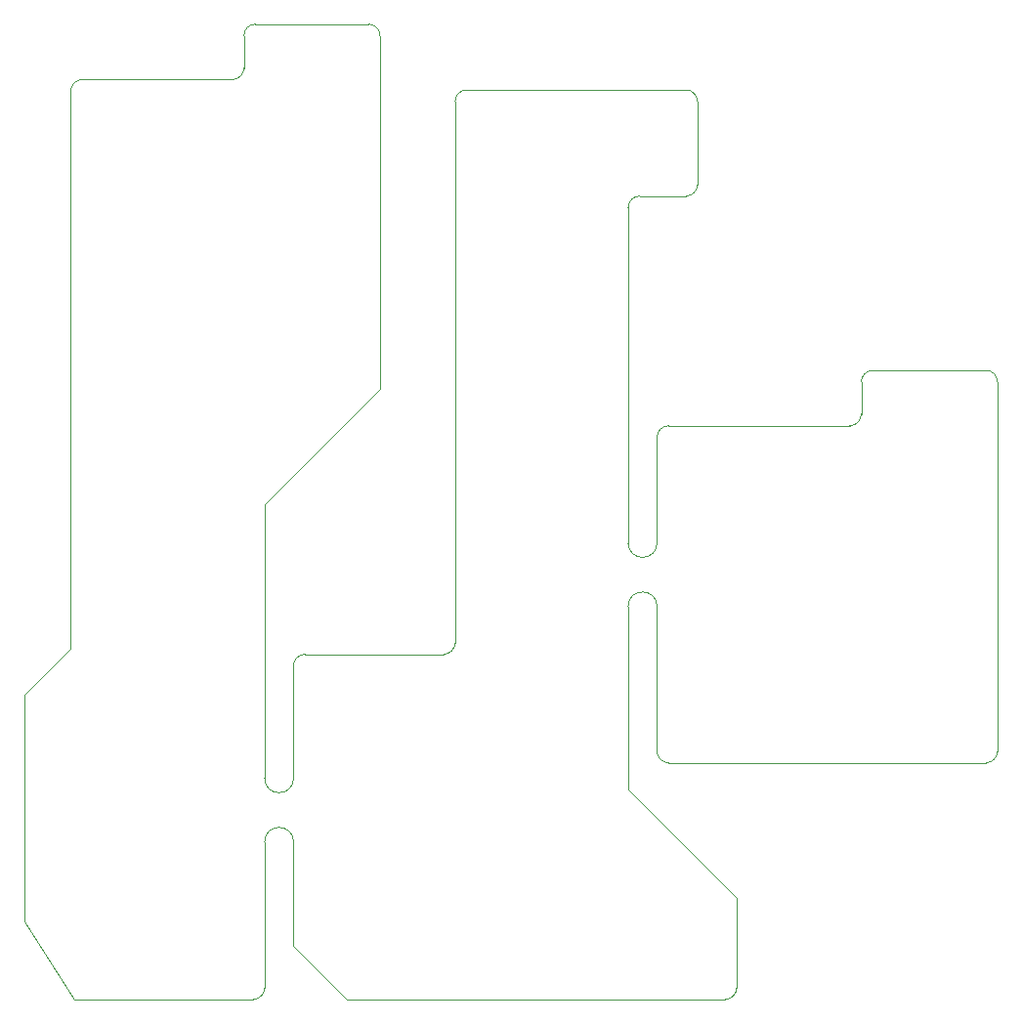
<source format=gbr>
%TF.GenerationSoftware,KiCad,Pcbnew,(5.1.10)-1*%
%TF.CreationDate,2021-10-19T18:18:54+02:00*%
%TF.ProjectId,hard_cam_usb_production,68617264-5f63-4616-9d5f-7573625f7072,rev?*%
%TF.SameCoordinates,Original*%
%TF.FileFunction,Profile,NP*%
%FSLAX46Y46*%
G04 Gerber Fmt 4.6, Leading zero omitted, Abs format (unit mm)*
G04 Created by KiCad (PCBNEW (5.1.10)-1) date 2021-10-19 18:18:54*
%MOMM*%
%LPD*%
G01*
G04 APERTURE LIST*
%TA.AperFunction,Profile*%
%ADD10C,0.050000*%
%TD*%
G04 APERTURE END LIST*
D10*
X163100000Y-228200000D02*
X158800000Y-221450000D01*
X179600000Y-214550000D02*
X179600000Y-227200000D01*
X182100000Y-199300000D02*
X182100000Y-209050000D01*
X179600000Y-214550000D02*
G75*
G02*
X182100000Y-214550000I1250000J0D01*
G01*
X179600000Y-209100000D02*
X179600000Y-209050000D01*
X182100000Y-209050000D02*
G75*
G02*
X179600000Y-209050000I-1250000J0D01*
G01*
X211100000Y-188700000D02*
X211100000Y-188650000D01*
X211100000Y-159600000D02*
X211100000Y-188700000D01*
X213600000Y-194150000D02*
X213600000Y-206700000D01*
X213600000Y-179500000D02*
X213601000Y-188650000D01*
X211100000Y-194150000D02*
G75*
G02*
X213600000Y-194150000I1250000J0D01*
G01*
X213601000Y-188650000D02*
G75*
G02*
X211100000Y-188700000I-1251000J0D01*
G01*
X179600000Y-227200000D02*
G75*
G02*
X178600000Y-228200000I-1000000J0D01*
G01*
X158800000Y-221450000D02*
X158800000Y-201800000D01*
X158800000Y-201800000D02*
X162800000Y-197800000D01*
X213600000Y-179500000D02*
G75*
G02*
X214600000Y-178500000I1000000J0D01*
G01*
X243100000Y-206700000D02*
G75*
G02*
X242100000Y-207700000I-1000000J0D01*
G01*
X242100000Y-207700000D02*
X214600000Y-207700000D01*
X243100000Y-174700000D02*
X243100000Y-206700000D01*
X232300000Y-173700000D02*
X242100000Y-173700000D01*
X231300000Y-177500000D02*
X231300000Y-174700000D01*
X242100000Y-173700000D02*
G75*
G02*
X243100000Y-174700000I0J-1000000D01*
G01*
X214600000Y-178500000D02*
X230300000Y-178500000D01*
X231300000Y-177500000D02*
G75*
G02*
X230300000Y-178500000I-1000000J0D01*
G01*
X214600000Y-207700000D02*
G75*
G02*
X213600000Y-206700000I0J1000000D01*
G01*
X231300000Y-174700000D02*
G75*
G02*
X232300000Y-173700000I1000000J0D01*
G01*
X220500000Y-219400000D02*
X211100000Y-210000000D01*
X196100000Y-150400000D02*
G75*
G02*
X197100000Y-149400000I1000000J0D01*
G01*
X217100000Y-157600000D02*
G75*
G02*
X216100000Y-158600000I-1000000J0D01*
G01*
X216100000Y-149400000D02*
G75*
G02*
X217100000Y-150400000I0J-1000000D01*
G01*
X211100000Y-210000000D02*
X211100000Y-207800000D01*
X211100000Y-194150000D02*
X211100000Y-207800000D01*
X216100000Y-158600000D02*
X212100000Y-158600000D01*
X217100000Y-150400000D02*
X217100000Y-157600000D01*
X220500000Y-227200000D02*
G75*
G02*
X219500000Y-228200000I-1000000J0D01*
G01*
X220500000Y-227200000D02*
X220500000Y-219400000D01*
X197100000Y-149400000D02*
X197100000Y-149400000D01*
X200100000Y-149400000D02*
X197100000Y-149400000D01*
X211500000Y-228200000D02*
X219500000Y-228200000D01*
X216100000Y-149400000D02*
X200100000Y-149400000D01*
X182100000Y-199300000D02*
G75*
G02*
X183100000Y-198300000I1000000J0D01*
G01*
X196100000Y-197300000D02*
G75*
G02*
X195100000Y-198300000I-1000000J0D01*
G01*
X183100000Y-198300000D02*
X195100000Y-198300000D01*
X196100000Y-197300000D02*
X196100000Y-150400000D01*
X186700000Y-228200000D02*
X182100000Y-223600000D01*
X182100000Y-223600000D02*
X182100000Y-214550000D01*
X211500000Y-228200000D02*
X186700000Y-228200000D01*
X211100000Y-159600000D02*
G75*
G02*
X212100000Y-158600000I1000000J0D01*
G01*
X188600000Y-143700000D02*
G75*
G02*
X189600000Y-144700000I0J-1000000D01*
G01*
X163800000Y-148500000D02*
X176800000Y-148500000D01*
X189600000Y-144700000D02*
X189600000Y-175300000D01*
X177800000Y-147500000D02*
X177800000Y-144700000D01*
X162800000Y-176700000D02*
X162800000Y-149500000D01*
X162800000Y-149500000D02*
G75*
G02*
X163800000Y-148500000I1000000J0D01*
G01*
X177800000Y-144700000D02*
G75*
G02*
X178800000Y-143700000I1000000J0D01*
G01*
X177800000Y-147500000D02*
G75*
G02*
X176800000Y-148500000I-1000000J0D01*
G01*
X178600000Y-228200000D02*
X163100000Y-228200000D01*
X178800000Y-143700000D02*
X188600000Y-143700000D01*
X179600000Y-185300000D02*
X189600000Y-175300000D01*
X162800000Y-197800000D02*
X162800000Y-176700000D01*
X179600000Y-209100000D02*
X179600000Y-185300000D01*
M02*

</source>
